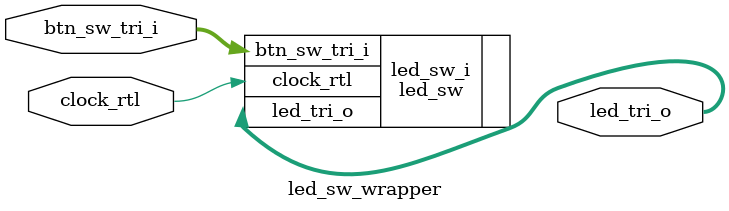
<source format=v>
`timescale 1 ps / 1 ps

module led_sw_wrapper
   (btn_sw_tri_i,
    clock_rtl,
    led_tri_o);
  input [7:0]btn_sw_tri_i;
  input clock_rtl;
  output [3:0]led_tri_o;

  wire [7:0]btn_sw_tri_i;
  wire clock_rtl;
  wire [3:0]led_tri_o;

  led_sw led_sw_i
       (.btn_sw_tri_i(btn_sw_tri_i),
        .clock_rtl(clock_rtl),
        .led_tri_o(led_tri_o));
endmodule

</source>
